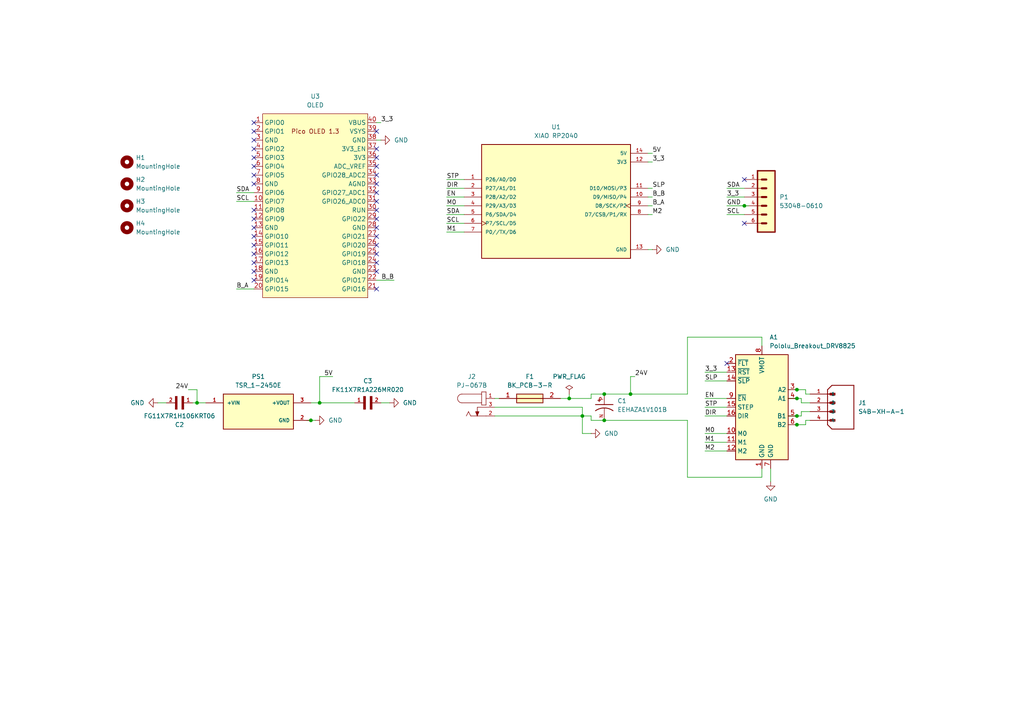
<source format=kicad_sch>
(kicad_sch (version 20231120) (generator "eeschema") (generator_version "8.0")
  (paper "A4")
  (lib_symbols
    (symbol "53048-0610:53048-0610" (pin_names (offset 1.016))
      (property "Reference" "P" (at -1.27 10.795 0))
      (property "Value" "53048-0610" (at -1.27 -10.16 0))
      (symbol "53048-0610_0_0"
        (rectangle (start -1.27 -7.62) (end 3.81 10.16) (stroke (width 0.4064)) (fill (type background)))
        (polyline (pts (xy 1.27 -5.08) (xy 0 -5.08)) (stroke (width 0.6096)))
        (polyline (pts (xy 1.27 -2.54) (xy 0 -2.54)) (stroke (width 0.6096)))
        (polyline (pts (xy 1.27 0) (xy 0 0)) (stroke (width 0.6096)))
        (polyline (pts (xy 1.27 2.54) (xy 0 2.54)) (stroke (width 0.6096)))
        (polyline (pts (xy 1.27 5.08) (xy 0 5.08)) (stroke (width 0.6096)))
        (polyline (pts (xy 1.27 7.62) (xy 0 7.62)) (stroke (width 0.6096)))
        (pin passive line (at -5.08 7.62 0) (length 5.08) (name "~") (number "1"))
        (pin passive line (at -5.08 5.08 0) (length 5.08) (name "~") (number "2"))
        (pin passive line (at -5.08 2.54 0) (length 5.08) (name "~") (number "3"))
        (pin passive line (at -5.08 0 0) (length 5.08) (name "~") (number "4"))
        (pin passive line (at -5.08 -2.54 0) (length 5.08) (name "~") (number "5"))
        (pin passive line (at -5.08 -5.08 0) (length 5.08) (name "~") (number "6"))
      )
    )
    (symbol "BK_PCB-3-R:BK_PCB-3-R" (pin_names hide)
      (property "Reference" "F" (at 13.97 6.35 0))
      (property "Value" "BK_PCB-3-R" (at 13.97 3.81 0))
      (symbol "BK_PCB-3-R_1_1"
        (polyline (pts (xy 5.08 0) (xy 12.7 0)) (stroke (width 0.254)))
        (rectangle (start 5.08 1.27) (end 12.7 -1.27) (stroke (width 0.254)) (fill (type background)))
        (pin passive line (at 0 0 0) (length 5.08) (name "1") (number "1"))
        (pin passive line (at 17.78 0 180) (length 5.08) (name "2") (number "2"))
      )
    )
    (symbol "Driver_Motor:Pololu_Breakout_DRV8825"
      (property "Reference" "A1" (at 2.1941 17.78 0))
      (property "Value" "Pololu_Breakout_DRV8825" (at 2.1941 15.24 0))
      (symbol "Pololu_Breakout_DRV8825_0_1"
        (rectangle (start -7.62 12.7) (end 7.62 -17.78) (stroke (width 0.254)) (fill (type background)))
      )
      (symbol "Pololu_Breakout_DRV8825_1_1"
        (pin power_in line (at 0 -20.32 90) (length 2.54) (name "GND") (number "1"))
        (pin input line (at -10.16 -10.16 0) (length 2.54) (name "M0") (number "10"))
        (pin input line (at -10.16 -12.7 0) (length 2.54) (name "M1") (number "11"))
        (pin input line (at -10.16 -15.24 0) (length 2.54) (name "M2") (number "12"))
        (pin input line (at -10.16 7.62 0) (length 2.54) (name "~{RST}") (number "13"))
        (pin input line (at -10.16 5.08 0) (length 2.54) (name "~{SLP}") (number "14"))
        (pin input line (at -10.16 -2.54 0) (length 2.54) (name "STEP") (number "15"))
        (pin input line (at -10.16 -5.08 0) (length 2.54) (name "DIR") (number "16"))
        (pin output line (at -10.16 10.16 0) (length 2.54) (name "~{FLT}") (number "2"))
        (pin output line (at 10.16 2.54 180) (length 2.54) (name "A2") (number "3"))
        (pin output line (at 10.16 0 180) (length 2.54) (name "A1") (number "4"))
        (pin output line (at 10.16 -5.08 180) (length 2.54) (name "B1") (number "5"))
        (pin output line (at 10.16 -7.62 180) (length 2.54) (name "B2") (number "6"))
        (pin power_in line (at 2.54 -20.32 90) (length 2.54) (name "GND") (number "7"))
        (pin power_in line (at 0 15.24 270) (length 2.54) (name "VMOT") (number "8"))
        (pin input line (at -10.16 0 0) (length 2.54) (name "~{EN}") (number "9"))
      )
    )
    (symbol "EEHAZA1V101B:EEHAZA1V101B" (pin_names (offset 1.016))
      (property "Reference" "C" (at -2.54 3.81 0))
      (property "Value" "EEHAZA1V101B" (at -2.54 -5.08 0))
      (symbol "EEHAZA1V101B_0_0"
        (rectangle (start -1.173 -1.532) (end -0.284 -1.405) (stroke (width 0.1)) (fill (type outline)))
        (rectangle (start -0.792 -1.913) (end -0.665 -1.024) (stroke (width 0.1)) (fill (type outline)))
        (polyline (pts (xy 0 0) (xy 0.508 0)) (stroke (width 0.1524)))
        (polyline (pts (xy 0.508 0) (xy 0.508 -2.54)) (stroke (width 0.254)))
        (polyline (pts (xy 0.508 2.54) (xy 0.508 0)) (stroke (width 0.254)))
        (polyline (pts (xy 2.54 0) (xy 1.524 0)) (stroke (width 0.1524)))
        (arc (start 2.286 2.54) (mid 1.4851 0) (end 2.286 -2.54) (stroke (width 0.254)))
        (pin passive line (at 5.08 0 180) (length 2.54) (name "~") (number "N"))
        (pin passive line (at -2.54 0 0) (length 2.54) (name "~") (number "P"))
      )
    )
    (symbol "FG11X7R1H106KRT06:FG11X7R1H106KRT06" (pin_names (offset 1.016))
      (property "Reference" "C" (at 0 3.8109 0))
      (property "Value" "FG11X7R1H106KRT06" (at 0 -5.0885 0))
      (symbol "FG11X7R1H106KRT06_0_0"
        (rectangle (start 0 -1.9069) (end 0.635 1.905) (stroke (width 0.1)) (fill (type outline)))
        (rectangle (start 1.9069 -1.9069) (end 2.54 1.905) (stroke (width 0.1)) (fill (type outline)))
        (pin passive line (at -2.54 0 0) (length 2.54) (name "~") (number "1"))
        (pin passive line (at 5.08 0 180) (length 2.54) (name "~") (number "2"))
      )
    )
    (symbol "FK11X7R1A226MR020:FK11X7R1A226MR020" (pin_names (offset 1.016))
      (property "Reference" "C" (at 0 3.8109 0))
      (property "Value" "FK11X7R1A226MR020" (at 0 -5.0885 0))
      (symbol "FK11X7R1A226MR020_0_0"
        (rectangle (start 0 -1.9069) (end 0.635 1.905) (stroke (width 0.1)) (fill (type outline)))
        (rectangle (start 1.9069 -1.9069) (end 2.54 1.905) (stroke (width 0.1)) (fill (type outline)))
        (pin passive line (at -2.54 0 0) (length 2.54) (name "~") (number "1"))
        (pin passive line (at 5.08 0 180) (length 2.54) (name "~") (number "2"))
      )
    )
    (symbol "GND_1" (power) (pin_numbers hide) (pin_names (offset 0) hide)
      (property "Value" "GND" (at 0 -5.08 0))
      (symbol "GND_1_0_1"
        (polyline (pts (xy 0 0) (xy 0 -1.27) (xy 1.27 -1.27) (xy 0 -2.54) (xy -1.27 -1.27) (xy 0 -1.27)))
      )
      (symbol "GND_1_1_1"
        (pin power_out line (at 0 0 270) (length 0) (name "~") (number "1"))
      )
    )
    (symbol "MCU_RaspberryPi_and_Boards:Pico"
      (property "Reference" "U3" (at 0 31.75 0))
      (property "Value" "OLED" (at 0 29.21 0))
      (symbol "Pico_0_1"
        (rectangle (start -15.24 26.67) (end 15.24 -26.67) (fill (type background)))
      )
      (symbol "Pico_1_0"
        (text "Pico OLED 1.3\n" (at 0 21.59 0) (effects (font (size 1.27 1.27))))
      )
      (symbol "Pico_1_1"
        (pin bidirectional line (at -17.78 24.13 0) (length 2.54) (name "GPIO0") (number "1"))
        (pin bidirectional line (at -17.78 1.27 0) (length 2.54) (name "GPIO7") (number "10"))
        (pin bidirectional line (at -17.78 -1.27 0) (length 2.54) (name "GPIO8") (number "11"))
        (pin bidirectional line (at -17.78 -3.81 0) (length 2.54) (name "GPIO9") (number "12"))
        (pin power_in line (at -17.78 -6.35 0) (length 2.54) (name "GND") (number "13"))
        (pin bidirectional line (at -17.78 -8.89 0) (length 2.54) (name "GPIO10") (number "14"))
        (pin bidirectional line (at -17.78 -11.43 0) (length 2.54) (name "GPIO11") (number "15"))
        (pin bidirectional line (at -17.78 -13.97 0) (length 2.54) (name "GPIO12") (number "16"))
        (pin bidirectional line (at -17.78 -16.51 0) (length 2.54) (name "GPIO13") (number "17"))
        (pin power_in line (at -17.78 -19.05 0) (length 2.54) (name "GND") (number "18"))
        (pin bidirectional line (at -17.78 -21.59 0) (length 2.54) (name "GPIO14") (number "19"))
        (pin bidirectional line (at -17.78 21.59 0) (length 2.54) (name "GPIO1") (number "2"))
        (pin bidirectional line (at -17.78 -24.13 0) (length 2.54) (name "GPIO15") (number "20"))
        (pin bidirectional line (at 17.78 -24.13 180) (length 2.54) (name "GPIO16") (number "21"))
        (pin bidirectional line (at 17.78 -21.59 180) (length 2.54) (name "GPIO17") (number "22"))
        (pin power_in line (at 17.78 -19.05 180) (length 2.54) (name "GND") (number "23"))
        (pin bidirectional line (at 17.78 -16.51 180) (length 2.54) (name "GPIO18") (number "24"))
        (pin bidirectional line (at 17.78 -13.97 180) (length 2.54) (name "GPIO19") (number "25"))
        (pin bidirectional line (at 17.78 -11.43 180) (length 2.54) (name "GPIO20") (number "26"))
        (pin bidirectional line (at 17.78 -8.89 180) (length 2.54) (name "GPIO21") (number "27"))
        (pin power_in line (at 17.78 -6.35 180) (length 2.54) (name "GND") (number "28"))
        (pin bidirectional line (at 17.78 -3.81 180) (length 2.54) (name "GPIO22") (number "29"))
        (pin power_in line (at -17.78 19.05 0) (length 2.54) (name "GND") (number "3"))
        (pin input line (at 17.78 -1.27 180) (length 2.54) (name "RUN") (number "30"))
        (pin bidirectional line (at 17.78 1.27 180) (length 2.54) (name "GPIO26_ADC0") (number "31"))
        (pin bidirectional line (at 17.78 3.81 180) (length 2.54) (name "GPIO27_ADC1") (number "32"))
        (pin power_in line (at 17.78 6.35 180) (length 2.54) (name "AGND") (number "33"))
        (pin bidirectional line (at 17.78 8.89 180) (length 2.54) (name "GPIO28_ADC2") (number "34"))
        (pin power_in line (at 17.78 11.43 180) (length 2.54) (name "ADC_VREF") (number "35"))
        (pin power_in line (at 17.78 13.97 180) (length 2.54) (name "3V3") (number "36"))
        (pin input line (at 17.78 16.51 180) (length 2.54) (name "3V3_EN") (number "37"))
        (pin bidirectional line (at 17.78 19.05 180) (length 2.54) (name "GND") (number "38"))
        (pin power_in line (at 17.78 21.59 180) (length 2.54) (name "VSYS") (number "39"))
        (pin bidirectional line (at -17.78 16.51 0) (length 2.54) (name "GPIO2") (number "4"))
        (pin power_in line (at 17.78 24.13 180) (length 2.54) (name "VBUS") (number "40"))
        (pin bidirectional line (at -17.78 13.97 0) (length 2.54) (name "GPIO3") (number "5"))
        (pin bidirectional line (at -17.78 11.43 0) (length 2.54) (name "GPIO4") (number "6"))
        (pin bidirectional line (at -17.78 8.89 0) (length 2.54) (name "GPIO5") (number "7"))
        (pin power_in line (at -17.78 6.35 0) (length 2.54) (name "GND") (number "8"))
        (pin bidirectional line (at -17.78 3.81 0) (length 2.54) (name "GPIO6") (number "9"))
      )
    )
    (symbol "Mechanical:MountingHole" (pin_names (offset 1.016)) (exclude_from_sim yes) (in_bom no)
      (property "Reference" "H" (at 0 5.08 0))
      (property "Value" "MountingHole" (at 0 3.175 0))
      (symbol "MountingHole_0_1"
        (circle (center 0 0) (radius 1.27) (stroke (width 1.27)))
      )
    )
    (symbol "PJ-067B:PJ-067B" (pin_names (offset 1.016))
      (property "Reference" "J" (at -5.0801 5.0801 0))
      (property "Value" "PJ-067B" (at -5.0853 -5.0853 0))
      (symbol "PJ-067B_0_0"
        (arc (start -4.445 3.81) (mid -5.7094 2.54) (end -4.445 1.27) (stroke (width 0.1524)))
        (polyline (pts (xy -4.445 3.81) (xy 1.27 3.81)) (stroke (width 0.1524)))
        (polyline (pts (xy -2.54 -1.27) (xy -3.175 -2.54)) (stroke (width 0.1524)))
        (polyline (pts (xy -1.905 -2.54) (xy -2.54 -1.27)) (stroke (width 0.1524)))
        (polyline (pts (xy 0 -2.54) (xy -1.905 -2.54)) (stroke (width 0.1524)))
        (polyline (pts (xy 0 0) (xy 0 -2.54)) (stroke (width 0.1524)))
        (polyline (pts (xy 1.27 0.635) (xy 2.54 0.635)) (stroke (width 0.1524)))
        (polyline (pts (xy 1.27 1.27) (xy -4.445 1.27)) (stroke (width 0.1524)))
        (polyline (pts (xy 1.27 1.27) (xy 1.27 0.635)) (stroke (width 0.1524)))
        (polyline (pts (xy 1.27 3.81) (xy 1.27 1.27)) (stroke (width 0.1524)))
        (polyline (pts (xy 1.27 4.445) (xy 1.27 3.81)) (stroke (width 0.1524)))
        (polyline (pts (xy 2.54 -2.54) (xy 0 -2.54)) (stroke (width 0.1524)))
        (polyline (pts (xy 2.54 0) (xy 0 0)) (stroke (width 0.1524)))
        (polyline (pts (xy 2.54 0.635) (xy 2.54 4.445)) (stroke (width 0.1524)))
        (polyline (pts (xy 2.54 4.445) (xy 1.27 4.445)) (stroke (width 0.1524)))
        (polyline (pts (xy 0 -2.54) (xy -0.508 -1.27) (xy 0.508 -1.27) (xy 0 -2.54)) (stroke (width 0.1524)) (fill (type outline)))
        (pin passive line (at 5.08 2.54 180) (length 2.54) (name "~") (number "1"))
        (pin passive line (at 5.08 -2.54 180) (length 2.54) (name "~") (number "2"))
        (pin passive line (at 5.08 0 180) (length 2.54) (name "~") (number "3"))
      )
    )
    (symbol "S4B-XH-A-1:S4B-XH-A-1" (pin_names (offset 1.016))
      (property "Reference" "J" (at 0 6.35 0))
      (property "Value" "S4B-XH-A-1" (at 0 -10.16 0))
      (symbol "S4B-XH-A-1_0_0"
        (polyline (pts (xy 0 -6.35) (xy 1.27 -7.62)) (stroke (width 0.254)))
        (polyline (pts (xy 0 -5.08) (xy 1.905 -5.08)) (stroke (width 0.254)))
        (polyline (pts (xy 0 -2.54) (xy 1.905 -2.54)) (stroke (width 0.254)))
        (polyline (pts (xy 0 0) (xy 1.905 0)) (stroke (width 0.254)))
        (polyline (pts (xy 0 2.54) (xy 0 -6.35)) (stroke (width 0.254)))
        (polyline (pts (xy 0 2.54) (xy 1.905 2.54)) (stroke (width 0.254)))
        (polyline (pts (xy 0 3.81) (xy 0 2.54)) (stroke (width 0.254)))
        (polyline (pts (xy 0 3.81) (xy 1.27 5.08)) (stroke (width 0.254)))
        (polyline (pts (xy 1.27 -7.62) (xy 7.62 -7.62)) (stroke (width 0.254)))
        (polyline (pts (xy 7.62 -7.62) (xy 7.62 5.08)) (stroke (width 0.254)))
        (polyline (pts (xy 7.62 5.08) (xy 1.27 5.08)) (stroke (width 0.254)))
        (rectangle (start 0.635 -5.3975) (end 2.2225 -4.7625) (stroke (width 0.1)) (fill (type outline)))
        (rectangle (start 0.635 -2.8575) (end 2.2225 -2.2225) (stroke (width 0.1)) (fill (type outline)))
        (rectangle (start 0.635 -0.3175) (end 2.2225 0.3175) (stroke (width 0.1)) (fill (type outline)))
        (rectangle (start 0.635 2.2225) (end 2.2225 2.8575) (stroke (width 0.1)) (fill (type outline)))
        (pin passive line (at -5.08 2.54 0) (length 5.08) (name "1") (number "1"))
        (pin passive line (at -5.08 0 0) (length 5.08) (name "2") (number "2"))
        (pin passive line (at -5.08 -2.54 0) (length 5.08) (name "3") (number "3"))
        (pin passive line (at -5.08 -5.08 0) (length 5.08) (name "4") (number "4"))
      )
    )
    (symbol "TSR_1-2450E:TSR_1-2450E" (pin_names (offset 1.016))
      (property "Reference" "PS" (at -10.16 7.62 0))
      (property "Value" "TSR_1-2450E" (at -10.16 -7.62 0))
      (symbol "TSR_1-2450E_0_0"
        (rectangle (start -10.16 -5.08) (end 10.16 5.08) (stroke (width 0.254)) (fill (type background)))
        (pin input line (at -15.24 2.54 0) (length 5.08) (name "+VIN") (number "1"))
        (pin power_in line (at 15.24 -2.54 180) (length 5.08) (name "GND") (number "2"))
        (pin output line (at 15.24 2.54 180) (length 5.08) (name "+VOUT") (number "3"))
      )
    )
    (symbol "Xiao RP2040:102010428" (pin_names (offset 1.016))
      (property "Reference" "U1" (at -1.27 22.86 0))
      (property "Value" "XIAO RP2040" (at -1.27 20.32 0))
      (symbol "102010428_0_0"
        (rectangle (start -22.86 -15.24) (end 20.32 17.78) (stroke (width 0.254)) (fill (type background)))
        (pin bidirectional line (at -27.94 7.62 0) (length 5.08) (name "P26/A0/D0") (number "1"))
        (pin bidirectional line (at 25.4 2.54 180) (length 5.08) (name "D9/MISO/P4") (number "10"))
        (pin bidirectional line (at 25.4 5.08 180) (length 5.08) (name "D10/MOSI/P3") (number "11"))
        (pin power_in line (at 25.4 15.24 180) (length 5.08) (name "5V") (number "14"))
        (pin bidirectional line (at -27.94 5.08 0) (length 5.08) (name "P27/A1/D1") (number "2"))
        (pin bidirectional line (at -27.94 2.54 0) (length 5.08) (name "P28/A2/D2") (number "3"))
        (pin bidirectional line (at -27.94 0 0) (length 5.08) (name "P29/A3/D3") (number "4"))
        (pin bidirectional line (at -27.94 -2.54 0) (length 5.08) (name "P6/SDA/D4") (number "5"))
        (pin bidirectional clock (at -27.94 -5.08 0) (length 5.08) (name "P7/SCL/D5") (number "6"))
        (pin bidirectional line (at -27.94 -7.62 0) (length 5.08) (name "P0//TX/D6") (number "7"))
        (pin bidirectional line (at 25.4 -2.54 180) (length 5.08) (name "D7/CSB/P1/RX") (number "8"))
        (pin bidirectional clock (at 25.4 0 180) (length 5.08) (name "D8/SCK/P2") (number "9"))
      )
      (symbol "102010428_1_0"
        (pin power_out line (at 25.4 12.7 180) (length 5.08) (name "3V3") (number "12"))
        (pin power_out line (at 25.4 -12.7 180) (length 5.08) (name "GND") (number "13"))
      )
    )
    (symbol "power:GND" (power) (pin_numbers hide) (pin_names (offset 0) hide)
      (property "Value" "GND" (at 0 -3.81 0))
      (symbol "GND_0_1"
        (polyline (pts (xy 0 0) (xy 0 -1.27) (xy 1.27 -1.27) (xy 0 -2.54) (xy -1.27 -1.27) (xy 0 -1.27)))
      )
      (symbol "GND_1_1"
        (pin power_in line (at 0 0 270) (length 0) (name "~") (number "1"))
      )
    )
    (symbol "power:PWR_FLAG" (power) (pin_numbers hide) (pin_names (offset 0) hide)
      (property "Value" "PWR_FLAG" (at 0 3.81 0))
      (symbol "PWR_FLAG_0_0"
        (pin power_out line (at 0 0 90) (length 0) (name "~") (number "1"))
      )
      (symbol "PWR_FLAG_0_1"
        (polyline (pts (xy 0 0) (xy 0 1.27) (xy -1.016 1.905) (xy 0 2.54) (xy 1.016 1.905) (xy 0 1.27)))
      )
    )
  )
  (junction (at 90.17 121.92))
  (junction (at 175.26 121.92))
  (junction (at 92.71 116.84))
  (junction (at 57.15 116.84))
  (junction (at 165.1 115.57))
  (junction (at 231.14 113.03))
  (junction (at 215.9 59.69))
  (junction (at 231.14 123.19))
  (junction (at 231.14 120.65))
  (junction (at 175.26 114.3))
  (junction (at 231.14 115.57))
  (junction (at 182.88 114.3))
  (junction (at 168.91 120.65))
  (no_connect (at 109.22 53.34))
  (no_connect (at 210.82 105.41))
  (no_connect (at 215.9 52.07))
  (no_connect (at 73.66 63.5))
  (no_connect (at 73.66 66.04))
  (no_connect (at 109.22 68.58))
  (no_connect (at 73.66 50.8))
  (no_connect (at 109.22 48.26))
  (no_connect (at 73.66 43.18))
  (no_connect (at 109.22 55.88))
  (no_connect (at 73.66 73.66))
  (no_connect (at 73.66 78.74))
  (no_connect (at 73.66 40.64))
  (no_connect (at 73.66 38.1))
  (no_connect (at 73.66 48.26))
  (no_connect (at 109.22 78.74))
  (no_connect (at 109.22 60.96))
  (no_connect (at 109.22 73.66))
  (no_connect (at 109.22 63.5))
  (no_connect (at 109.22 83.82))
  (no_connect (at 73.66 35.56))
  (no_connect (at 109.22 45.72))
  (no_connect (at 109.22 76.2))
  (no_connect (at 73.66 76.2))
  (no_connect (at 109.22 71.12))
  (no_connect (at 109.22 50.8))
  (no_connect (at 109.22 58.42))
  (no_connect (at 215.9 64.77))
  (no_connect (at 73.66 45.72))
  (no_connect (at 73.66 71.12))
  (no_connect (at 109.22 66.04))
  (no_connect (at 73.66 60.96))
  (no_connect (at 73.66 68.58))
  (no_connect (at 73.66 53.34))
  (no_connect (at 73.66 81.28))
  (no_connect (at 109.22 38.1))
  (no_connect (at 109.22 43.18))
  (wire (pts (xy 233.68 121.92) (xy 233.68 123.19)))
  (wire (pts (xy 171.45 114.3) (xy 175.26 114.3)))
  (wire (pts (xy 187.96 46.99) (xy 189.23 46.99)))
  (wire (pts (xy 92.71 116.84) (xy 102.87 116.84)))
  (wire (pts (xy 234.95 116.84) (xy 232.41 116.84)))
  (wire (pts (xy 210.82 59.69) (xy 215.9 59.69)))
  (wire (pts (xy 231.14 113.03) (xy 233.68 113.03)))
  (wire (pts (xy 189.23 44.45) (xy 187.96 44.45)))
  (wire (pts (xy 204.47 118.11) (xy 210.82 118.11)))
  (wire (pts (xy 204.47 110.49) (xy 210.82 110.49)))
  (wire (pts (xy 143.51 118.11) (xy 168.91 118.11)))
  (wire (pts (xy 220.98 138.43) (xy 220.98 135.89)))
  (wire (pts (xy 175.26 114.3) (xy 182.88 114.3)))
  (wire (pts (xy 175.26 121.92) (xy 199.39 121.92)))
  (wire (pts (xy 165.1 114.3) (xy 165.1 115.57)))
  (wire (pts (xy 68.58 83.82) (xy 73.66 83.82)))
  (wire (pts (xy 129.54 52.07) (xy 134.62 52.07)))
  (wire (pts (xy 228.6 123.19) (xy 231.14 123.19)))
  (wire (pts (xy 223.52 135.89) (xy 223.52 139.7)))
  (wire (pts (xy 232.41 116.84) (xy 232.41 115.57)))
  (wire (pts (xy 48.26 116.84) (xy 45.72 116.84)))
  (wire (pts (xy 168.91 120.65) (xy 168.91 125.73)))
  (wire (pts (xy 184.15 109.22) (xy 182.88 109.22)))
  (wire (pts (xy 171.45 121.92) (xy 175.26 121.92)))
  (wire (pts (xy 68.58 55.88) (xy 73.66 55.88)))
  (wire (pts (xy 96.52 109.22) (xy 92.71 109.22)))
  (wire (pts (xy 129.54 57.15) (xy 134.62 57.15)))
  (wire (pts (xy 231.14 120.65) (xy 232.41 120.65)))
  (wire (pts (xy 234.95 121.92) (xy 233.68 121.92)))
  (wire (pts (xy 189.23 54.61) (xy 187.96 54.61)))
  (wire (pts (xy 90.17 121.92) (xy 91.44 121.92)))
  (wire (pts (xy 220.98 97.79) (xy 220.98 100.33)))
  (wire (pts (xy 168.91 118.11) (xy 168.91 120.65)))
  (wire (pts (xy 129.54 54.61) (xy 134.62 54.61)))
  (wire (pts (xy 217.17 59.69) (xy 215.9 59.69)))
  (wire (pts (xy 171.45 121.92) (xy 171.45 120.65)))
  (wire (pts (xy 57.15 116.84) (xy 55.88 116.84)))
  (wire (pts (xy 231.14 123.19) (xy 233.68 123.19)))
  (wire (pts (xy 204.47 120.65) (xy 210.82 120.65)))
  (wire (pts (xy 168.91 125.73) (xy 171.45 125.73)))
  (wire (pts (xy 109.22 40.64) (xy 110.49 40.64)))
  (wire (pts (xy 228.6 115.57) (xy 231.14 115.57)))
  (wire (pts (xy 228.6 113.03) (xy 231.14 113.03)))
  (wire (pts (xy 57.15 116.84) (xy 59.69 116.84)))
  (wire (pts (xy 171.45 114.3) (xy 171.45 115.57)))
  (wire (pts (xy 234.95 114.3) (xy 233.68 114.3)))
  (wire (pts (xy 204.47 115.57) (xy 210.82 115.57)))
  (wire (pts (xy 143.51 120.65) (xy 168.91 120.65)))
  (wire (pts (xy 110.49 35.56) (xy 109.22 35.56)))
  (wire (pts (xy 204.47 107.95) (xy 210.82 107.95)))
  (wire (pts (xy 232.41 119.38) (xy 232.41 120.65)))
  (wire (pts (xy 210.82 62.23) (xy 215.9 62.23)))
  (wire (pts (xy 110.49 116.84) (xy 113.03 116.84)))
  (wire (pts (xy 228.6 120.65) (xy 231.14 120.65)))
  (wire (pts (xy 88.9 121.92) (xy 90.17 121.92)))
  (wire (pts (xy 54.61 113.03) (xy 57.15 113.03)))
  (wire (pts (xy 129.54 67.31) (xy 134.62 67.31)))
  (wire (pts (xy 204.47 130.81) (xy 210.82 130.81)))
  (wire (pts (xy 114.3 81.28) (xy 109.22 81.28)))
  (wire (pts (xy 165.1 115.57) (xy 171.45 115.57)))
  (wire (pts (xy 210.82 57.15) (xy 215.9 57.15)))
  (wire (pts (xy 204.47 128.27) (xy 210.82 128.27)))
  (wire (pts (xy 129.54 64.77) (xy 134.62 64.77)))
  (wire (pts (xy 143.51 115.57) (xy 144.78 115.57)))
  (wire (pts (xy 187.96 72.39) (xy 189.23 72.39)))
  (wire (pts (xy 189.23 57.15) (xy 187.96 57.15)))
  (wire (pts (xy 92.71 109.22) (xy 92.71 116.84)))
  (wire (pts (xy 189.23 62.23) (xy 187.96 62.23)))
  (wire (pts (xy 234.95 119.38) (xy 232.41 119.38)))
  (wire (pts (xy 199.39 138.43) (xy 199.39 121.92)))
  (wire (pts (xy 182.88 109.22) (xy 182.88 114.3)))
  (wire (pts (xy 129.54 62.23) (xy 134.62 62.23)))
  (wire (pts (xy 231.14 115.57) (xy 232.41 115.57)))
  (wire (pts (xy 204.47 125.73) (xy 210.82 125.73)))
  (wire (pts (xy 129.54 59.69) (xy 134.62 59.69)))
  (wire (pts (xy 199.39 97.79) (xy 220.98 97.79)))
  (wire (pts (xy 92.71 116.84) (xy 90.17 116.84)))
  (wire (pts (xy 189.23 59.69) (xy 187.96 59.69)))
  (wire (pts (xy 199.39 114.3) (xy 199.39 97.79)))
  (wire (pts (xy 210.82 54.61) (xy 215.9 54.61)))
  (wire (pts (xy 171.45 120.65) (xy 168.91 120.65)))
  (wire (pts (xy 199.39 138.43) (xy 220.98 138.43)))
  (wire (pts (xy 57.15 113.03) (xy 57.15 116.84)))
  (wire (pts (xy 162.56 115.57) (xy 165.1 115.57)))
  (wire (pts (xy 68.58 58.42) (xy 73.66 58.42)))
  (wire (pts (xy 182.88 114.3) (xy 199.39 114.3)))
  (wire (pts (xy 233.68 114.3) (xy 233.68 113.03)))
  (label "DIR" (at 204.47 120.65 0))
  (label "SDA" (at 129.54 62.23 0))
  (label "SLP" (at 204.47 110.49 0))
  (label "M0" (at 204.47 125.73 0))
  (label "M0" (at 129.54 59.69 0))
  (label "M2" (at 189.23 62.23 0))
  (label "DIR" (at 129.54 54.61 0))
  (label "B_A" (at 189.23 59.69 0))
  (label "STP" (at 204.47 118.11 0))
  (label "24V" (at 54.61 113.03 180))
  (label "5V" (at 189.23 44.45 0))
  (label "EN" (at 129.54 57.15 0))
  (label "SCL" (at 210.82 62.23 0))
  (label "SCL" (at 68.58 58.42 0))
  (label "B_B" (at 189.23 57.15 0))
  (label "24V" (at 184.15 109.22 0))
  (label "SDA" (at 68.58 55.88 0))
  (label "SLP" (at 189.23 54.61 0))
  (label "M1" (at 204.47 128.27 0))
  (label "3_3" (at 204.47 107.95 0))
  (label "3_3" (at 110.49 35.56 0))
  (label "5V" (at 96.52 109.22 180))
  (label "SDA" (at 210.82 54.61 0))
  (label "M1" (at 129.54 67.31 0))
  (label "SCL" (at 129.54 64.77 0))
  (label "3_3" (at 210.82 57.15 0))
  (label "M2" (at 204.47 130.81 0))
  (label "B_A" (at 68.58 83.82 0))
  (label "EN" (at 204.47 115.57 0))
  (label "GND" (at 210.82 59.69 0))
  (label "3_3" (at 189.23 46.99 0))
  (label "B_B" (at 114.3 81.28 180))
  (label "STP" (at 129.54 52.07 0))
  (symbol (lib_id "PJ-067B:PJ-067B") (at 138.43 118.11 0) (unit 1)
    (property "Reference" "J2" (at 136.8453 109.22 0))
    (property "Value" "PJ-067B" (at 136.8453 111.76 0))
    (property "Footprint" "CUI_PJ-067B:CUI_PJ-067B" (effects (hide yes)))
    (property "MF" "Same Sky" (effects (hide yes)))
    (property "Description_1" "\n                        \n                            2.5 x 5.5 mm, 5.0 A, Horizontal, Panel Mount, Dc Power Jack Connector\n                        \n" (effects (hide yes)))
    (property "Package" "None" (effects (hide yes)))
    (property "Price" "None" (effects (hide yes)))
    (property "Check_prices" "https://www.snapeda.com/parts/PJ-067B/Same+Sky/view-part/?ref=eda" (effects (hide yes)))
    (property "STANDARD" "Manufacturer recommendations" (effects (hide yes)))
    (property "PARTREV" "1.02" (effects (hide yes)))
    (property "SnapEDA_Link" "https://www.snapeda.com/parts/PJ-067B/Same+Sky/view-part/?ref=snap" (effects (hide yes)))
    (property "MP" "PJ-067B" (effects (hide yes)))
    (property "Availability" "In Stock" (effects (hide yes)))
    (property "MANUFACTURER" "CUI INC" (effects (hide yes)))
  )
  (symbol (lib_id "power:GND") (at 171.45 125.73 90) (unit 1)
    (property "Reference" "#PWR08" (effects (hide yes)))
    (property "Value" "GND" (at 175.26 125.7299 90) (effects (justify right)))
    (property "Description" "Power symbol creates a global label with name \"GND\" , ground" (effects (hide yes)))
  )
  (symbol (lib_id "BK_PCB-3-R:BK_PCB-3-R") (at 144.78 115.57 0) (unit 1)
    (property "Reference" "F1" (at 153.67 109.22 0))
    (property "Value" "BK_PCB-3-R" (at 153.67 111.76 0))
    (property "Footprint" "BKPCB3R:BKPCB3R" (effects (hide yes)))
    (property "Description" "FUSE, PCB, 3A, 350V, FAST ACTING; Fuse Current:3A; Voltage Rating VAC:250VAC; Product Range:PC-Tron Series; Voltage Rating VDC:-; Blow Characteristic:Fast Acting; Fuse Case Style:Radial Leaded; Breaking Capacity Current AC:50A RoHS Compliant: Yes" (effects (hide yes)))
    (property "Height" "8.77" (effects (hide yes)))
    (property "Mouser Part Number" "504-BK/PCB-3-R" (effects (hide yes)))
    (property "Mouser Price/Stock" "https://www.mouser.co.uk/ProductDetail/Bussmann-Eaton/BK-PCB-3-R?qs=St27ATL478tCnOENW615mA%3D%3D" (effects (hide yes)))
    (property "Manufacturer_Name" "Eaton" (effects (hide yes)))
    (property "Manufacturer_Part_Number" "BK/PCB-3-R" (effects (hide yes)))
  )
  (symbol (lib_id "Mechanical:MountingHole") (at 36.83 66.04 0) (unit 1) (exclude_from_sim yes) (in_bom no)
    (property "Reference" "H4" (at 39.37 64.7699 0) (effects (justify left)))
    (property "Value" "MountingHole" (at 39.37 67.3099 0) (effects (justify left)))
    (property "Footprint" "MountingHole:MountingHole_2.2mm_M2" (effects (hide yes)))
    (property "Description" "Mounting Hole without connection" (effects (hide yes)))
  )
  (symbol (lib_id "Driver_Motor:Pololu_Breakout_DRV8825") (at 220.98 115.57 0) (unit 1)
    (property "Reference" "A1" (at 223.1741 97.79 0) (effects (justify left)))
    (property "Value" "Pololu_Breakout_DRV8825" (at 223.1741 100.33 0) (effects (justify left)))
    (property "Footprint" "Module:Pololu_Breakout-16_15.2x20.3mm" (effects (hide yes)))
    (property "Datasheet" "https://www.pololu.com/product/2982" (effects (hide yes)))
    (property "Description" "Pololu Breakout Board, Stepper Driver DRV8825" (effects (hide yes)))
  )
  (symbol (lib_id "power:PWR_FLAG") (at 165.1 114.3 0) (unit 1)
    (property "Reference" "#FLG01" (effects (hide yes)))
    (property "Value" "PWR_FLAG" (at 165.1 109.22 0))
    (property "Description" "Special symbol for telling ERC where power comes from" (effects (hide yes)))
  )
  (symbol (lib_id "power:GND") (at 110.49 40.64 90) (unit 1)
    (property "Reference" "#PWR05" (effects (hide yes)))
    (property "Value" "GND" (at 114.3 40.6399 90) (effects (justify right)))
    (property "Description" "Power symbol creates a global label with name \"GND\" , ground" (effects (hide yes)))
  )
  (symbol (lib_id "S4B-XH-A-1:S4B-XH-A-1") (at 240.03 116.84 0) (unit 1)
    (property "Reference" "J1" (at 248.92 116.8399 0) (effects (justify left)))
    (property "Value" "S4B-XH-A-1" (at 248.92 119.3799 0) (effects (justify left)))
    (property "Footprint" "JST_S4B-XH-A-1:JST_S4B-XH-A-1" (effects (hide yes)))
    (property "MF" "JST Sales" (effects (hide yes)))
    (property "MAXIMUM_PACKAGE_HEIGHT" "6.1mm" (effects (hide yes)))
    (property "Package" "None" (effects (hide yes)))
    (property "Price" "None" (effects (hide yes)))
    (property "Check_prices" "https://www.snapeda.com/parts/S4B-XH-A-1/JST/view-part/?ref=eda" (effects (hide yes)))
    (property "STANDARD" "Manufacturer Recommendations" (effects (hide yes)))
    (property "PARTREV" "27-1-20" (effects (hide yes)))
    (property "SnapEDA_Link" "https://www.snapeda.com/parts/S4B-XH-A-1/JST/view-part/?ref=snap" (effects (hide yes)))
    (property "MP" "S4B-XH-A-1" (effects (hide yes)))
    (property "Description_1" "\n                        \n                            Connector Header Through Hole, Right Angle 4 position 0.098 (2.50mm)\n                        \n" (effects (hide yes)))
    (property "Availability" "In Stock" (effects (hide yes)))
    (property "MANUFACTURER" "JST" (effects (hide yes)))
  )
  (symbol (lib_id "TSR_1-2450E:TSR_1-2450E") (at 74.93 119.38 0) (unit 1)
    (property "Reference" "PS1" (at 74.93 109.22 0))
    (property "Value" "TSR_1-2450E" (at 74.93 111.76 0))
    (property "Footprint" "CONV_TSR_1-2450E:CONV_TSR_1-2450E" (effects (hide yes)))
    (property "DigiKey_Part_Number" "1951-TSR1-2450E-ND" (effects (hide yes)))
    (property "SnapEDA_Link" "https://www.snapeda.com/parts/TSR%201-2450E/Traco+Power/view-part/?ref=snap" (effects (hide yes)))
    (property "MAXIMUM_PACKAGE_HEIGHT" "10.2mm" (effects (hide yes)))
    (property "Package" "NON STANDARD-3 Traco Power" (effects (hide yes)))
    (property "Check_prices" "https://www.snapeda.com/parts/TSR%201-2450E/Traco+Power/view-part/?ref=eda" (effects (hide yes)))
    (property "STANDARD" "Manufacturer Recommendations" (effects (hide yes)))
    (property "PARTREV" "May 25, 2020" (effects (hide yes)))
    (property "MF" "Traco Power" (effects (hide yes)))
    (property "MP" "TSR 1-2450E" (effects (hide yes)))
    (property "Description_1" "\n                        \n                            1 Amp POL converter, industrial, wide input range, pos.-pos. circuit, cost efficient, LM78 compatible, SIP-3\n                        \n" (effects (hide yes)))
    (property "MANUFACTURER" "Traco Power" (effects (hide yes)))
  )
  (symbol (lib_id "FK11X7R1A226MR020:FK11X7R1A226MR020") (at 105.41 116.84 0) (unit 1)
    (property "Reference" "C3" (at 106.68 110.49 0))
    (property "Value" "FK11X7R1A226MR020" (at 106.68 113.03 0))
    (property "Footprint" "CAPRB250W50L550T400H700:CAPRB250W50L550T400H700" (effects (hide yes)))
    (property "DigiKey_Part_Number" "445-8259-ND" (effects (hide yes)))
    (property "SnapEDA_Link" "https://www.snapeda.com/parts/FK11X7R1A226MR020/TDK/view-part/?ref=snap" (effects (hide yes)))
    (property "MAXIMUM_PACKAGE_HEIGHT" "0.0 mm" (effects (hide yes)))
    (property "Package" "RADIAL-2 TDK" (effects (hide yes)))
    (property "Check_prices" "https://www.snapeda.com/parts/FK11X7R1A226MR020/TDK/view-part/?ref=eda" (effects (hide yes)))
    (property "STANDARD" "IPC-7351B" (effects (hide yes)))
    (property "PARTREV" "20151209" (effects (hide yes)))
    (property "MF" "TDK" (effects (hide yes)))
    (property "MP" "FK11X7R1A226MR020" (effects (hide yes)))
    (property "Description_1" "\n                        \n                            Cap Ceramic 22uF 10V X7R 20% Radial 2.5mm 125°C\n                        \n" (effects (hide yes)))
    (property "MANUFACTURER" "TDK" (effects (hide yes)))
  )
  (symbol (lib_id "power:GND") (at 45.72 116.84 270) (unit 1)
    (property "Reference" "#PWR07" (effects (hide yes)))
    (property "Value" "GND" (at 41.91 116.8401 90) (effects (justify right)))
    (property "Description" "Power symbol creates a global label with name \"GND\" , ground" (effects (hide yes)))
  )
  (symbol (lib_id "53048-0610:53048-0610") (at 220.98 59.69 0) (unit 1)
    (property "Reference" "P1" (at 226.06 57.1499 0) (effects (justify left)))
    (property "Value" "53048-0610" (at 226.06 59.6899 0) (effects (justify left)))
    (property "Footprint" "53048-0610:53048-0610" (effects (hide yes)))
    (property "DigiKey_Part_Number" "WM1746-ND" (effects (hide yes)))
    (property "SnapEDA_Link" "https://www.snapeda.com/parts/53048-0610/Molex/view-part/?ref=snap" (effects (hide yes)))
    (property "Description_1" "\n                        \n                            6way r/a through board PCB header,125Vac | Molex Incorporated 53048-0610\n                        \n" (effects (hide yes)))
    (property "MF" "Molex" (effects (hide yes)))
    (property "Package" "None" (effects (hide yes)))
    (property "Check_prices" "https://www.snapeda.com/parts/53048-0610/Molex/view-part/?ref=eda" (effects (hide yes)))
    (property "MP" "53048-0610" (effects (hide yes)))
  )
  (symbol (lib_id "FG11X7R1H106KRT06:FG11X7R1H106KRT06") (at 53.34 116.84 180) (unit 1)
    (property "Reference" "C2" (at 52.07 123.19 0))
    (property "Value" "FG11X7R1H106KRT06" (at 52.07 120.65 0))
    (property "Footprint" "CAPRB250W50L550T400H700:CAPRB250W50L550T400H700" (effects (hide yes)))
    (property "DigiKey_Part_Number" "445-173117-1-ND" (effects (hide yes)))
    (property "SnapEDA_Link" "https://www.snapeda.com/parts/FG11X7R1H106KRT06/TDK/view-part/?ref=snap" (effects (hide yes)))
    (property "MAXIMUM_PACKAGE_HEIGHT" "0.0 mm" (effects (hide yes)))
    (property "Package" "RADIAL-2 TDK" (effects (hide yes)))
    (property "Check_prices" "https://www.snapeda.com/parts/FG11X7R1H106KRT06/TDK/view-part/?ref=eda" (effects (hide yes)))
    (property "STANDARD" "IPC-7351B" (effects (hide yes)))
    (property "PARTREV" "20200310" (effects (hide yes)))
    (property "MF" "TDK" (effects (hide yes)))
    (property "MP" "FG11X7R1H106KRT06" (effects (hide yes)))
    (property "Description_1" "\n                        \n                            10 µF ±10% 50V Ceramic Capacitor X7R Radial\n                        \n" (effects (hide yes)))
    (property "MANUFACTURER" "TDK" (effects (hide yes)))
  )
  (symbol (lib_id "MCU_RaspberryPi_and_Boards:Pico") (at 91.44 59.69 0) (unit 1)
    (property "Reference" "U3" (at 91.44 27.94 0))
    (property "Value" "OLED" (at 91.44 30.48 0))
    (property "Footprint" "RPi_Pico_SMD_TH:RPi_Pico_SMD_TH" (effects (hide yes)))
  )
  (symbol (lib_id "power:GND") (at 91.44 121.92 90) (unit 1)
    (property "Reference" "#PWR03" (effects (hide yes)))
    (property "Value" "GND" (at 95.25 121.9199 90) (effects (justify right)))
    (property "Description" "Power symbol creates a global label with name \"GND\" , ground" (effects (hide yes)))
  )
  (symbol (lib_id "Mechanical:MountingHole") (at 36.83 53.34 0) (unit 1) (exclude_from_sim yes) (in_bom no)
    (property "Reference" "H2" (at 39.37 52.0699 0) (effects (justify left)))
    (property "Value" "MountingHole" (at 39.37 54.6099 0) (effects (justify left)))
    (property "Footprint" "MountingHole:MountingHole_2.2mm_M2" (effects (hide yes)))
    (property "Description" "Mounting Hole without connection" (effects (hide yes)))
  )
  (symbol (lib_id "power:GND") (at 113.03 116.84 90) (unit 1)
    (property "Reference" "#PWR06" (effects (hide yes)))
    (property "Value" "GND" (at 116.84 116.8399 90) (effects (justify right)))
    (property "Description" "Power symbol creates a global label with name \"GND\" , ground" (effects (hide yes)))
  )
  (symbol (lib_id "Xiao RP2040:102010428") (at 162.56 59.69 0) (unit 1)
    (property "Reference" "U1" (at 161.29 36.83 0))
    (property "Value" "XIAO RP2040" (at 161.29 39.37 0))
    (property "Footprint" "XIAO-RP2040-DIP:XIAO-RP2040-DIP" (effects (hide yes)))
    (property "MF" "Seeed Technology Co., Ltd" (effects (hide yes)))
    (property "MAXIMUM_PACKAGE_HEIGHT" "N/A" (effects (hide yes)))
    (property "Package" "None" (effects (hide yes)))
    (property "Price" "None" (effects (hide yes)))
    (property "Check_prices" "https://www.snapeda.com/parts/102010428/Seeed+Studio/view-part/?ref=eda" (effects (hide yes)))
    (property "STANDARD" "Manufacturer Recommendations" (effects (hide yes)))
    (property "PARTREV" "1.3" (effects (hide yes)))
    (property "SnapEDA_Link" "https://www.snapeda.com/parts/102010428/Seeed+Studio/view-part/?ref=snap" (effects (hide yes)))
    (property "MP" "102010428" (effects (hide yes)))
    (property "Description_1" "\n                        \n                            RP2040 XIAO RP2040 series ARM® Cortex®-M0+ MCU 32-Bit Embedded Evaluation Board\n                        \n" (effects (hide yes)))
    (property "Availability" "In Stock" (effects (hide yes)))
    (property "MANUFACTURER" "Seeedstudio" (effects (hide yes)))
  )
  (symbol (lib_id "Mechanical:MountingHole") (at 36.83 59.69 0) (unit 1) (exclude_from_sim yes) (in_bom no)
    (property "Reference" "H3" (at 39.37 58.4199 0) (effects (justify left)))
    (property "Value" "MountingHole" (at 39.37 60.9599 0) (effects (justify left)))
    (property "Footprint" "MountingHole:MountingHole_2.2mm_M2" (effects (hide yes)))
    (property "Description" "Mounting Hole without connection" (effects (hide yes)))
  )
  (symbol (lib_id "Mechanical:MountingHole") (at 36.83 46.99 0) (unit 1) (exclude_from_sim yes) (in_bom no)
    (property "Reference" "H1" (at 39.37 45.7199 0) (effects (justify left)))
    (property "Value" "MountingHole" (at 39.37 48.2599 0) (effects (justify left)))
    (property "Footprint" "MountingHole:MountingHole_2.2mm_M2" (effects (hide yes)))
    (property "Description" "Mounting Hole without connection" (effects (hide yes)))
  )
  (symbol (lib_id "EEHAZA1V101B:EEHAZA1V101B") (at 175.26 116.84 270) (unit 1)
    (property "Reference" "C1" (at 179.07 116.2665 90) (effects (justify left)))
    (property "Value" "EEHAZA1V101B" (at 179.07 118.8065 90) (effects (justify left)))
    (property "Footprint" "EEHAZA1V101B:EEHAZA1V101B" (effects (hide yes)))
    (property "DigiKey_Part_Number" "10-EEH-AZA1V101BCT-ND" (effects (hide yes)))
    (property "MF" "Panasonic Electronic Components" (effects (hide yes)))
    (property "b_max" "0.65" (effects (hide yes)))
    (property "DESCRIPTION" "ZA-A" (effects (hide yes)))
    (property "Package" "RADIAL-2 Panasonic" (effects (hide yes)))
    (property "b_nom" "0.6" (effects (hide yes)))
    (property "Check_prices" "https://www.snapeda.com/parts/EEH-AZA1V101B/Panasonic+Electronic+Components/view-part/?ref=eda" (effects (hide yes)))
    (property "PARTREV" "10-MAY-21" (effects (hide yes)))
    (property "A_max" "9.5" (effects (hide yes)))
    (property "MP" "EEH-AZA1V101B" (effects (hide yes)))
    (property "D_nom" "8" (effects (hide yes)))
    (property "e_nom" "3.5" (effects (hide yes)))
    (property "Description_1" "\n                        \n                            Panasonic 100µF Hybrid Aluminium Electrolytic Capacitor 35V dc, Through Hole - EEHAZA1V101B\n                        \n" (effects (hide yes)))
    (property "SnapEDA_Link" "https://www.snapeda.com/parts/EEH-AZA1V101B/Panasonic+Electronic+Components/view-part/?ref=snap" (effects (hide yes)))
  )
  (symbol (lib_name "GND_1") (lib_id "power:GND") (at 223.52 139.7 0) (unit 1)
    (property "Reference" "#PWR01" (effects (hide yes)))
    (property "Value" "GND" (at 223.52 144.78 0))
    (property "Description" "Power symbol creates a global label with name \"GND\" , ground" (effects (hide yes)))
  )
  (symbol (lib_id "power:GND") (at 189.23 72.39 90) (unit 1)
    (property "Reference" "#PWR02" (effects (hide yes)))
    (property "Value" "GND" (at 193.04 72.3899 90) (effects (justify right)))
    (property "Description" "Power symbol creates a global label with name \"GND\" , ground" (effects (hide yes)))
  )
)
</source>
